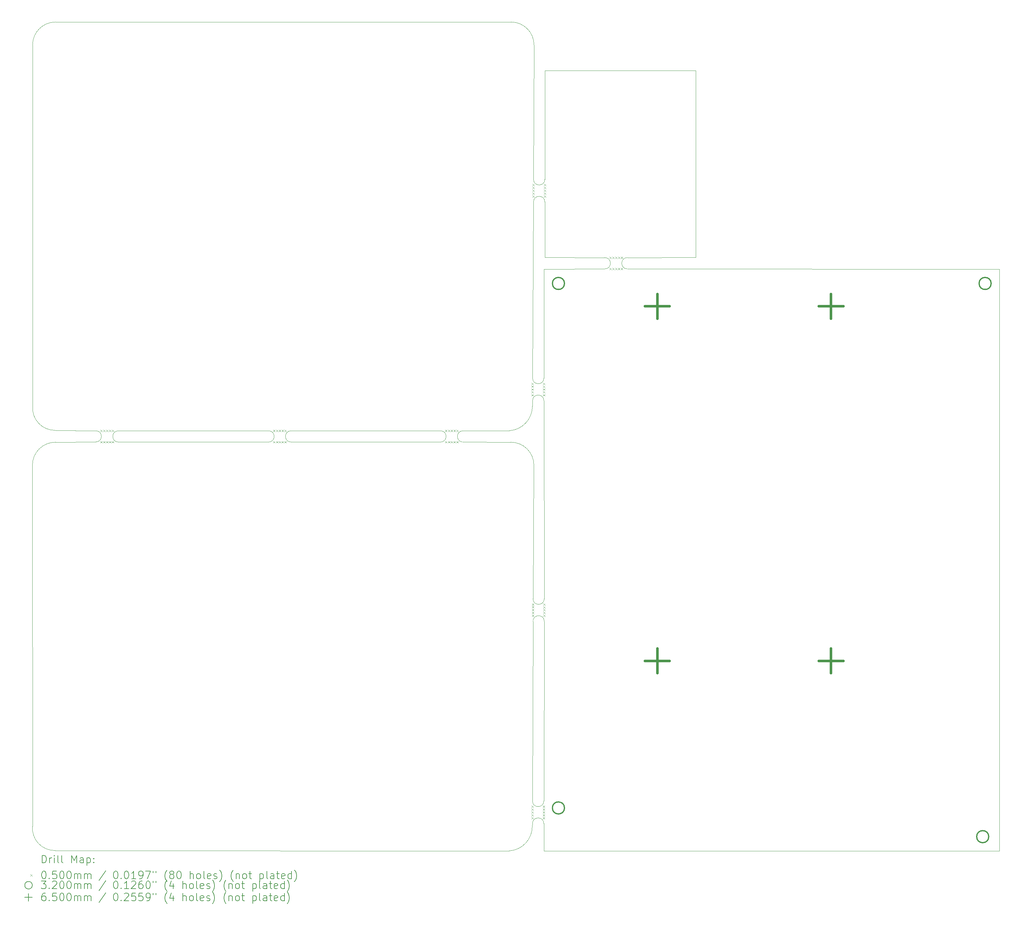
<source format=gbr>
%TF.GenerationSoftware,KiCad,Pcbnew,6.0.11-2627ca5db0~126~ubuntu20.04.1*%
%TF.CreationDate,2023-05-10T15:16:14+05:30*%
%TF.ProjectId,MVCU_COPY,4d564355-5f43-44f5-9059-2e6b69636164,rev?*%
%TF.SameCoordinates,Original*%
%TF.FileFunction,Drillmap*%
%TF.FilePolarity,Positive*%
%FSLAX45Y45*%
G04 Gerber Fmt 4.5, Leading zero omitted, Abs format (unit mm)*
G04 Created by KiCad (PCBNEW 6.0.11-2627ca5db0~126~ubuntu20.04.1) date 2023-05-10 15:16:14*
%MOMM*%
%LPD*%
G01*
G04 APERTURE LIST*
%ADD10C,0.050000*%
%ADD11C,0.120000*%
%ADD12C,0.200000*%
%ADD13C,0.320000*%
%ADD14C,0.650000*%
G04 APERTURE END LIST*
D10*
X16607500Y-18135000D02*
X16601800Y-18209500D01*
X16620000Y-12772500D02*
X16607500Y-17535000D01*
X16644700Y-8632300D02*
X16620000Y-12172500D01*
X16605700Y-7067500D02*
X16610000Y-6922500D01*
X16635000Y-1652500D02*
X16610000Y-6322500D01*
X16648600Y2509700D02*
X16635000Y-1052500D01*
X19122500Y-3427500D02*
X28979000Y-3432500D01*
X16914000Y-3432500D02*
X18522500Y-3427500D01*
X16907500Y-18135000D02*
X16914000Y-18863000D01*
X16920000Y-12772500D02*
X16907500Y-17535000D01*
X16910000Y-6922500D02*
X16920000Y-12172500D01*
X16914000Y-3432500D02*
X16910000Y-6322500D01*
X16935000Y-1052500D02*
X16934750Y1828000D01*
X19122500Y-3127500D02*
X20935750Y-3122500D01*
X16935250Y-3122500D02*
X16935000Y-1652500D01*
X18522500Y-3127500D02*
X16935250Y-3122500D01*
D11*
X19122500Y-3127500D02*
G75*
G03*
X19122500Y-3427500I0J-150000D01*
G01*
X18522500Y-3427500D02*
G75*
G03*
X18522500Y-3127500I0J150000D01*
G01*
X16635000Y-1052500D02*
G75*
G03*
X16935000Y-1052500I150000J0D01*
G01*
X16935000Y-1652500D02*
G75*
G03*
X16635000Y-1652500I-150000J0D01*
G01*
X16610000Y-6322500D02*
G75*
G03*
X16910000Y-6322500I150000J0D01*
G01*
X16910000Y-6922500D02*
G75*
G03*
X16610000Y-6922500I-150000J0D01*
G01*
X16620000Y-12172500D02*
G75*
G03*
X16920000Y-12172500I150000J0D01*
G01*
X16920000Y-12772500D02*
G75*
G03*
X16620000Y-12772500I-150000J0D01*
G01*
X16607500Y-17535000D02*
G75*
G03*
X16907500Y-17535000I150000J0D01*
G01*
X16907500Y-18135000D02*
G75*
G03*
X16607500Y-18135000I-150000J0D01*
G01*
D10*
X28979000Y-18863000D02*
X16914000Y-18863000D01*
X28979000Y-3432500D02*
X28979000Y-18863000D01*
X20935250Y1828000D02*
X20935750Y-3122500D01*
X16934750Y1828000D02*
X20935250Y1828000D01*
X16039000Y3119300D02*
X3974000Y3119300D01*
X14169300Y-7719500D02*
X10214300Y-7719500D01*
X14769300Y-7719500D02*
X15995700Y-7717500D01*
X5639300Y-8019500D02*
X9614300Y-8019500D01*
X9614300Y-7719500D02*
X5639300Y-7719500D01*
D11*
X14169300Y-8019500D02*
G75*
G03*
X14169300Y-7719500I0J150000D01*
G01*
D10*
X10214300Y-8019500D02*
X14169300Y-8019500D01*
D11*
X10214300Y-7719500D02*
G75*
G03*
X10214300Y-8019500I0J-150000D01*
G01*
D10*
X3970100Y-8022700D02*
G75*
G03*
X3360500Y-8632300I0J-609600D01*
G01*
X3365702Y-7067500D02*
G75*
G03*
X3965700Y-7707500I590368J-47780D01*
G01*
X15995700Y-7717499D02*
G75*
G03*
X16605700Y-7067500I-41310J649999D01*
G01*
X3970100Y-8022700D02*
X5039300Y-8015500D01*
X3361802Y-18209500D02*
G75*
G03*
X3961800Y-18849500I590368J-47780D01*
G01*
X3361800Y-18209500D02*
X3360500Y-8632300D01*
D11*
X5639300Y-7719500D02*
G75*
G03*
X5639300Y-8019500I0J-150000D01*
G01*
D10*
X16644700Y-8632300D02*
G75*
G03*
X16035100Y-8022700I-609600J0D01*
G01*
X14769300Y-8019500D02*
X16035100Y-8022700D01*
X16648600Y2509700D02*
G75*
G03*
X16039000Y3119300I-609600J0D01*
G01*
X5039300Y-7719500D02*
X3965700Y-7707500D01*
X3974000Y3119300D02*
G75*
G03*
X3364400Y2509700I0J-609600D01*
G01*
X15991800Y-18859500D02*
X3961800Y-18849500D01*
D11*
X14769300Y-7719500D02*
G75*
G03*
X14769300Y-8019500I0J-150000D01*
G01*
D10*
X15991800Y-18859499D02*
G75*
G03*
X16601800Y-18209500I-41310J649999D01*
G01*
X3365700Y-7067500D02*
X3364400Y2509700D01*
D11*
X5039300Y-8015500D02*
G75*
G03*
X5039300Y-7719500I0J148000D01*
G01*
X9614300Y-8019500D02*
G75*
G03*
X9614300Y-7719500I0J150000D01*
G01*
D12*
D10*
X5161900Y-7694500D02*
X5211900Y-7744500D01*
X5211900Y-7694500D02*
X5161900Y-7744500D01*
X5161900Y-7994500D02*
X5211900Y-8044500D01*
X5211900Y-7994500D02*
X5161900Y-8044500D01*
X5239300Y-7694500D02*
X5289300Y-7744500D01*
X5289300Y-7694500D02*
X5239300Y-7744500D01*
X5239300Y-7994500D02*
X5289300Y-8044500D01*
X5289300Y-7994500D02*
X5239300Y-8044500D01*
X5314300Y-7694500D02*
X5364300Y-7744500D01*
X5364300Y-7694500D02*
X5314300Y-7744500D01*
X5314300Y-7994500D02*
X5364300Y-8044500D01*
X5364300Y-7994500D02*
X5314300Y-8044500D01*
X5389300Y-7994500D02*
X5439300Y-8044500D01*
X5439300Y-7994500D02*
X5389300Y-8044500D01*
X5390500Y-7694500D02*
X5440500Y-7744500D01*
X5440500Y-7694500D02*
X5390500Y-7744500D01*
X5465500Y-7694500D02*
X5515500Y-7744500D01*
X5515500Y-7694500D02*
X5465500Y-7744500D01*
X5465500Y-7994500D02*
X5515500Y-8044500D01*
X5515500Y-7994500D02*
X5465500Y-8044500D01*
X9736900Y-7694500D02*
X9786900Y-7744500D01*
X9786900Y-7694500D02*
X9736900Y-7744500D01*
X9736900Y-7994500D02*
X9786900Y-8044500D01*
X9786900Y-7994500D02*
X9736900Y-8044500D01*
X9814300Y-7694500D02*
X9864300Y-7744500D01*
X9864300Y-7694500D02*
X9814300Y-7744500D01*
X9814300Y-7994500D02*
X9864300Y-8044500D01*
X9864300Y-7994500D02*
X9814300Y-8044500D01*
X9889300Y-7694500D02*
X9939300Y-7744500D01*
X9939300Y-7694500D02*
X9889300Y-7744500D01*
X9889300Y-7994500D02*
X9939300Y-8044500D01*
X9939300Y-7994500D02*
X9889300Y-8044500D01*
X9964300Y-7994500D02*
X10014300Y-8044500D01*
X10014300Y-7994500D02*
X9964300Y-8044500D01*
X9965500Y-7694500D02*
X10015500Y-7744500D01*
X10015500Y-7694500D02*
X9965500Y-7744500D01*
X10040500Y-7694500D02*
X10090500Y-7744500D01*
X10090500Y-7694500D02*
X10040500Y-7744500D01*
X10040500Y-7994500D02*
X10090500Y-8044500D01*
X10090500Y-7994500D02*
X10040500Y-8044500D01*
X14291900Y-7694500D02*
X14341900Y-7744500D01*
X14341900Y-7694500D02*
X14291900Y-7744500D01*
X14291900Y-7994500D02*
X14341900Y-8044500D01*
X14341900Y-7994500D02*
X14291900Y-8044500D01*
X14369300Y-7694500D02*
X14419300Y-7744500D01*
X14419300Y-7694500D02*
X14369300Y-7744500D01*
X14369300Y-7994500D02*
X14419300Y-8044500D01*
X14419300Y-7994500D02*
X14369300Y-8044500D01*
X14444300Y-7694500D02*
X14494300Y-7744500D01*
X14494300Y-7694500D02*
X14444300Y-7744500D01*
X14444300Y-7994500D02*
X14494300Y-8044500D01*
X14494300Y-7994500D02*
X14444300Y-8044500D01*
X14519300Y-7994500D02*
X14569300Y-8044500D01*
X14569300Y-7994500D02*
X14519300Y-8044500D01*
X14520500Y-7694500D02*
X14570500Y-7744500D01*
X14570500Y-7694500D02*
X14520500Y-7744500D01*
X14595500Y-7694500D02*
X14645500Y-7744500D01*
X14645500Y-7694500D02*
X14595500Y-7744500D01*
X14595500Y-7994500D02*
X14645500Y-8044500D01*
X14645500Y-7994500D02*
X14595500Y-8044500D01*
X16582500Y-17658800D02*
X16632500Y-17708800D01*
X16632500Y-17658800D02*
X16582500Y-17708800D01*
X16582500Y-17733800D02*
X16632500Y-17783800D01*
X16632500Y-17733800D02*
X16582500Y-17783800D01*
X16582500Y-17810000D02*
X16632500Y-17860000D01*
X16632500Y-17810000D02*
X16582500Y-17860000D01*
X16582500Y-17885000D02*
X16632500Y-17935000D01*
X16632500Y-17885000D02*
X16582500Y-17935000D01*
X16582500Y-17962400D02*
X16632500Y-18012400D01*
X16632500Y-17962400D02*
X16582500Y-18012400D01*
X16585000Y-6446300D02*
X16635000Y-6496300D01*
X16635000Y-6446300D02*
X16585000Y-6496300D01*
X16585000Y-6521300D02*
X16635000Y-6571300D01*
X16635000Y-6521300D02*
X16585000Y-6571300D01*
X16585000Y-6597500D02*
X16635000Y-6647500D01*
X16635000Y-6597500D02*
X16585000Y-6647500D01*
X16585000Y-6672500D02*
X16635000Y-6722500D01*
X16635000Y-6672500D02*
X16585000Y-6722500D01*
X16585000Y-6749900D02*
X16635000Y-6799900D01*
X16635000Y-6749900D02*
X16585000Y-6799900D01*
X16595000Y-12296300D02*
X16645000Y-12346300D01*
X16645000Y-12296300D02*
X16595000Y-12346300D01*
X16595000Y-12371300D02*
X16645000Y-12421300D01*
X16645000Y-12371300D02*
X16595000Y-12421300D01*
X16595000Y-12447500D02*
X16645000Y-12497500D01*
X16645000Y-12447500D02*
X16595000Y-12497500D01*
X16595000Y-12522500D02*
X16645000Y-12572500D01*
X16645000Y-12522500D02*
X16595000Y-12572500D01*
X16595000Y-12599900D02*
X16645000Y-12649900D01*
X16645000Y-12599900D02*
X16595000Y-12649900D01*
X16610000Y-1176300D02*
X16660000Y-1226300D01*
X16660000Y-1176300D02*
X16610000Y-1226300D01*
X16610000Y-1251300D02*
X16660000Y-1301300D01*
X16660000Y-1251300D02*
X16610000Y-1301300D01*
X16610000Y-1327500D02*
X16660000Y-1377500D01*
X16660000Y-1327500D02*
X16610000Y-1377500D01*
X16610000Y-1402500D02*
X16660000Y-1452500D01*
X16660000Y-1402500D02*
X16610000Y-1452500D01*
X16610000Y-1479900D02*
X16660000Y-1529900D01*
X16660000Y-1479900D02*
X16610000Y-1529900D01*
X16882500Y-17658800D02*
X16932500Y-17708800D01*
X16932500Y-17658800D02*
X16882500Y-17708800D01*
X16882500Y-17735000D02*
X16932500Y-17785000D01*
X16932500Y-17735000D02*
X16882500Y-17785000D01*
X16882500Y-17810000D02*
X16932500Y-17860000D01*
X16932500Y-17810000D02*
X16882500Y-17860000D01*
X16882500Y-17885000D02*
X16932500Y-17935000D01*
X16932500Y-17885000D02*
X16882500Y-17935000D01*
X16882500Y-17962400D02*
X16932500Y-18012400D01*
X16932500Y-17962400D02*
X16882500Y-18012400D01*
X16885000Y-6446300D02*
X16935000Y-6496300D01*
X16935000Y-6446300D02*
X16885000Y-6496300D01*
X16885000Y-6522500D02*
X16935000Y-6572500D01*
X16935000Y-6522500D02*
X16885000Y-6572500D01*
X16885000Y-6597500D02*
X16935000Y-6647500D01*
X16935000Y-6597500D02*
X16885000Y-6647500D01*
X16885000Y-6672500D02*
X16935000Y-6722500D01*
X16935000Y-6672500D02*
X16885000Y-6722500D01*
X16885000Y-6749900D02*
X16935000Y-6799900D01*
X16935000Y-6749900D02*
X16885000Y-6799900D01*
X16895000Y-12296300D02*
X16945000Y-12346300D01*
X16945000Y-12296300D02*
X16895000Y-12346300D01*
X16895000Y-12372500D02*
X16945000Y-12422500D01*
X16945000Y-12372500D02*
X16895000Y-12422500D01*
X16895000Y-12447500D02*
X16945000Y-12497500D01*
X16945000Y-12447500D02*
X16895000Y-12497500D01*
X16895000Y-12522500D02*
X16945000Y-12572500D01*
X16945000Y-12522500D02*
X16895000Y-12572500D01*
X16895000Y-12599900D02*
X16945000Y-12649900D01*
X16945000Y-12599900D02*
X16895000Y-12649900D01*
X16910000Y-1176300D02*
X16960000Y-1226300D01*
X16960000Y-1176300D02*
X16910000Y-1226300D01*
X16910000Y-1252500D02*
X16960000Y-1302500D01*
X16960000Y-1252500D02*
X16910000Y-1302500D01*
X16910000Y-1327500D02*
X16960000Y-1377500D01*
X16960000Y-1327500D02*
X16910000Y-1377500D01*
X16910000Y-1402500D02*
X16960000Y-1452500D01*
X16960000Y-1402500D02*
X16910000Y-1452500D01*
X16910000Y-1479900D02*
X16960000Y-1529900D01*
X16960000Y-1479900D02*
X16910000Y-1529900D01*
X18645100Y-3102500D02*
X18695100Y-3152500D01*
X18695100Y-3102500D02*
X18645100Y-3152500D01*
X18645100Y-3402500D02*
X18695100Y-3452500D01*
X18695100Y-3402500D02*
X18645100Y-3452500D01*
X18722500Y-3102500D02*
X18772500Y-3152500D01*
X18772500Y-3102500D02*
X18722500Y-3152500D01*
X18722500Y-3402500D02*
X18772500Y-3452500D01*
X18772500Y-3402500D02*
X18722500Y-3452500D01*
X18797500Y-3102500D02*
X18847500Y-3152500D01*
X18847500Y-3102500D02*
X18797500Y-3152500D01*
X18797500Y-3402500D02*
X18847500Y-3452500D01*
X18847500Y-3402500D02*
X18797500Y-3452500D01*
X18872500Y-3402500D02*
X18922500Y-3452500D01*
X18922500Y-3402500D02*
X18872500Y-3452500D01*
X18873700Y-3102500D02*
X18923700Y-3152500D01*
X18923700Y-3102500D02*
X18873700Y-3152500D01*
X18948700Y-3102500D02*
X18998700Y-3152500D01*
X18998700Y-3102500D02*
X18948700Y-3152500D01*
X18948700Y-3402500D02*
X18998700Y-3452500D01*
X18998700Y-3402500D02*
X18948700Y-3452500D01*
D13*
X17455000Y-3813500D02*
G75*
G03*
X17455000Y-3813500I-160000J0D01*
G01*
X17455000Y-17720000D02*
G75*
G03*
X17455000Y-17720000I-160000J0D01*
G01*
X28694500Y-18482000D02*
G75*
G03*
X28694500Y-18482000I-160000J0D01*
G01*
X28758000Y-3813500D02*
G75*
G03*
X28758000Y-3813500I-160000J0D01*
G01*
D14*
X19916030Y-4095000D02*
X19916030Y-4745000D01*
X19591030Y-4420000D02*
X20241030Y-4420000D01*
X19916030Y-13495000D02*
X19916030Y-14145000D01*
X19591030Y-13820000D02*
X20241030Y-13820000D01*
X24516030Y-4095000D02*
X24516030Y-4745000D01*
X24191030Y-4420000D02*
X24841030Y-4420000D01*
X24516030Y-13495000D02*
X24516030Y-14145000D01*
X24191030Y-13820000D02*
X24841030Y-13820000D01*
D12*
X3614991Y-19175976D02*
X3614991Y-18975976D01*
X3662610Y-18975976D01*
X3691181Y-18985500D01*
X3710229Y-19004548D01*
X3719753Y-19023595D01*
X3729276Y-19061690D01*
X3729276Y-19090262D01*
X3719753Y-19128357D01*
X3710229Y-19147405D01*
X3691181Y-19166452D01*
X3662610Y-19175976D01*
X3614991Y-19175976D01*
X3814991Y-19175976D02*
X3814991Y-19042643D01*
X3814991Y-19080738D02*
X3824514Y-19061690D01*
X3834038Y-19052167D01*
X3853086Y-19042643D01*
X3872134Y-19042643D01*
X3938800Y-19175976D02*
X3938800Y-19042643D01*
X3938800Y-18975976D02*
X3929276Y-18985500D01*
X3938800Y-18995024D01*
X3948324Y-18985500D01*
X3938800Y-18975976D01*
X3938800Y-18995024D01*
X4062610Y-19175976D02*
X4043562Y-19166452D01*
X4034038Y-19147405D01*
X4034038Y-18975976D01*
X4167372Y-19175976D02*
X4148324Y-19166452D01*
X4138800Y-19147405D01*
X4138800Y-18975976D01*
X4395943Y-19175976D02*
X4395943Y-18975976D01*
X4462610Y-19118833D01*
X4529276Y-18975976D01*
X4529276Y-19175976D01*
X4710229Y-19175976D02*
X4710229Y-19071214D01*
X4700705Y-19052167D01*
X4681657Y-19042643D01*
X4643562Y-19042643D01*
X4624515Y-19052167D01*
X4710229Y-19166452D02*
X4691181Y-19175976D01*
X4643562Y-19175976D01*
X4624515Y-19166452D01*
X4614991Y-19147405D01*
X4614991Y-19128357D01*
X4624515Y-19109310D01*
X4643562Y-19099786D01*
X4691181Y-19099786D01*
X4710229Y-19090262D01*
X4805467Y-19042643D02*
X4805467Y-19242643D01*
X4805467Y-19052167D02*
X4824515Y-19042643D01*
X4862610Y-19042643D01*
X4881657Y-19052167D01*
X4891181Y-19061690D01*
X4900705Y-19080738D01*
X4900705Y-19137881D01*
X4891181Y-19156929D01*
X4881657Y-19166452D01*
X4862610Y-19175976D01*
X4824515Y-19175976D01*
X4805467Y-19166452D01*
X4986419Y-19156929D02*
X4995943Y-19166452D01*
X4986419Y-19175976D01*
X4976896Y-19166452D01*
X4986419Y-19156929D01*
X4986419Y-19175976D01*
X4986419Y-19052167D02*
X4995943Y-19061690D01*
X4986419Y-19071214D01*
X4976896Y-19061690D01*
X4986419Y-19052167D01*
X4986419Y-19071214D01*
D10*
X3307372Y-19480500D02*
X3357372Y-19530500D01*
X3357372Y-19480500D02*
X3307372Y-19530500D01*
D12*
X3653086Y-19395976D02*
X3672134Y-19395976D01*
X3691181Y-19405500D01*
X3700705Y-19415024D01*
X3710229Y-19434071D01*
X3719753Y-19472167D01*
X3719753Y-19519786D01*
X3710229Y-19557881D01*
X3700705Y-19576929D01*
X3691181Y-19586452D01*
X3672134Y-19595976D01*
X3653086Y-19595976D01*
X3634038Y-19586452D01*
X3624514Y-19576929D01*
X3614991Y-19557881D01*
X3605467Y-19519786D01*
X3605467Y-19472167D01*
X3614991Y-19434071D01*
X3624514Y-19415024D01*
X3634038Y-19405500D01*
X3653086Y-19395976D01*
X3805467Y-19576929D02*
X3814991Y-19586452D01*
X3805467Y-19595976D01*
X3795943Y-19586452D01*
X3805467Y-19576929D01*
X3805467Y-19595976D01*
X3995943Y-19395976D02*
X3900705Y-19395976D01*
X3891181Y-19491214D01*
X3900705Y-19481690D01*
X3919753Y-19472167D01*
X3967372Y-19472167D01*
X3986419Y-19481690D01*
X3995943Y-19491214D01*
X4005467Y-19510262D01*
X4005467Y-19557881D01*
X3995943Y-19576929D01*
X3986419Y-19586452D01*
X3967372Y-19595976D01*
X3919753Y-19595976D01*
X3900705Y-19586452D01*
X3891181Y-19576929D01*
X4129276Y-19395976D02*
X4148324Y-19395976D01*
X4167372Y-19405500D01*
X4176895Y-19415024D01*
X4186419Y-19434071D01*
X4195943Y-19472167D01*
X4195943Y-19519786D01*
X4186419Y-19557881D01*
X4176895Y-19576929D01*
X4167372Y-19586452D01*
X4148324Y-19595976D01*
X4129276Y-19595976D01*
X4110229Y-19586452D01*
X4100705Y-19576929D01*
X4091181Y-19557881D01*
X4081657Y-19519786D01*
X4081657Y-19472167D01*
X4091181Y-19434071D01*
X4100705Y-19415024D01*
X4110229Y-19405500D01*
X4129276Y-19395976D01*
X4319753Y-19395976D02*
X4338800Y-19395976D01*
X4357848Y-19405500D01*
X4367372Y-19415024D01*
X4376896Y-19434071D01*
X4386419Y-19472167D01*
X4386419Y-19519786D01*
X4376896Y-19557881D01*
X4367372Y-19576929D01*
X4357848Y-19586452D01*
X4338800Y-19595976D01*
X4319753Y-19595976D01*
X4300705Y-19586452D01*
X4291181Y-19576929D01*
X4281657Y-19557881D01*
X4272134Y-19519786D01*
X4272134Y-19472167D01*
X4281657Y-19434071D01*
X4291181Y-19415024D01*
X4300705Y-19405500D01*
X4319753Y-19395976D01*
X4472134Y-19595976D02*
X4472134Y-19462643D01*
X4472134Y-19481690D02*
X4481657Y-19472167D01*
X4500705Y-19462643D01*
X4529276Y-19462643D01*
X4548324Y-19472167D01*
X4557848Y-19491214D01*
X4557848Y-19595976D01*
X4557848Y-19491214D02*
X4567372Y-19472167D01*
X4586419Y-19462643D01*
X4614991Y-19462643D01*
X4634038Y-19472167D01*
X4643562Y-19491214D01*
X4643562Y-19595976D01*
X4738800Y-19595976D02*
X4738800Y-19462643D01*
X4738800Y-19481690D02*
X4748324Y-19472167D01*
X4767372Y-19462643D01*
X4795943Y-19462643D01*
X4814991Y-19472167D01*
X4824515Y-19491214D01*
X4824515Y-19595976D01*
X4824515Y-19491214D02*
X4834038Y-19472167D01*
X4853086Y-19462643D01*
X4881657Y-19462643D01*
X4900705Y-19472167D01*
X4910229Y-19491214D01*
X4910229Y-19595976D01*
X5300705Y-19386452D02*
X5129276Y-19643595D01*
X5557848Y-19395976D02*
X5576896Y-19395976D01*
X5595943Y-19405500D01*
X5605467Y-19415024D01*
X5614991Y-19434071D01*
X5624514Y-19472167D01*
X5624514Y-19519786D01*
X5614991Y-19557881D01*
X5605467Y-19576929D01*
X5595943Y-19586452D01*
X5576896Y-19595976D01*
X5557848Y-19595976D01*
X5538800Y-19586452D01*
X5529276Y-19576929D01*
X5519753Y-19557881D01*
X5510229Y-19519786D01*
X5510229Y-19472167D01*
X5519753Y-19434071D01*
X5529276Y-19415024D01*
X5538800Y-19405500D01*
X5557848Y-19395976D01*
X5710229Y-19576929D02*
X5719753Y-19586452D01*
X5710229Y-19595976D01*
X5700705Y-19586452D01*
X5710229Y-19576929D01*
X5710229Y-19595976D01*
X5843562Y-19395976D02*
X5862610Y-19395976D01*
X5881657Y-19405500D01*
X5891181Y-19415024D01*
X5900705Y-19434071D01*
X5910229Y-19472167D01*
X5910229Y-19519786D01*
X5900705Y-19557881D01*
X5891181Y-19576929D01*
X5881657Y-19586452D01*
X5862610Y-19595976D01*
X5843562Y-19595976D01*
X5824514Y-19586452D01*
X5814991Y-19576929D01*
X5805467Y-19557881D01*
X5795943Y-19519786D01*
X5795943Y-19472167D01*
X5805467Y-19434071D01*
X5814991Y-19415024D01*
X5824514Y-19405500D01*
X5843562Y-19395976D01*
X6100705Y-19595976D02*
X5986419Y-19595976D01*
X6043562Y-19595976D02*
X6043562Y-19395976D01*
X6024514Y-19424548D01*
X6005467Y-19443595D01*
X5986419Y-19453119D01*
X6195943Y-19595976D02*
X6234038Y-19595976D01*
X6253086Y-19586452D01*
X6262610Y-19576929D01*
X6281657Y-19548357D01*
X6291181Y-19510262D01*
X6291181Y-19434071D01*
X6281657Y-19415024D01*
X6272134Y-19405500D01*
X6253086Y-19395976D01*
X6214991Y-19395976D01*
X6195943Y-19405500D01*
X6186419Y-19415024D01*
X6176895Y-19434071D01*
X6176895Y-19481690D01*
X6186419Y-19500738D01*
X6195943Y-19510262D01*
X6214991Y-19519786D01*
X6253086Y-19519786D01*
X6272134Y-19510262D01*
X6281657Y-19500738D01*
X6291181Y-19481690D01*
X6357848Y-19395976D02*
X6491181Y-19395976D01*
X6405467Y-19595976D01*
X6557848Y-19395976D02*
X6557848Y-19434071D01*
X6634038Y-19395976D02*
X6634038Y-19434071D01*
X6929276Y-19672167D02*
X6919753Y-19662643D01*
X6900705Y-19634071D01*
X6891181Y-19615024D01*
X6881657Y-19586452D01*
X6872134Y-19538833D01*
X6872134Y-19500738D01*
X6881657Y-19453119D01*
X6891181Y-19424548D01*
X6900705Y-19405500D01*
X6919753Y-19376929D01*
X6929276Y-19367405D01*
X7034038Y-19481690D02*
X7014991Y-19472167D01*
X7005467Y-19462643D01*
X6995943Y-19443595D01*
X6995943Y-19434071D01*
X7005467Y-19415024D01*
X7014991Y-19405500D01*
X7034038Y-19395976D01*
X7072134Y-19395976D01*
X7091181Y-19405500D01*
X7100705Y-19415024D01*
X7110229Y-19434071D01*
X7110229Y-19443595D01*
X7100705Y-19462643D01*
X7091181Y-19472167D01*
X7072134Y-19481690D01*
X7034038Y-19481690D01*
X7014991Y-19491214D01*
X7005467Y-19500738D01*
X6995943Y-19519786D01*
X6995943Y-19557881D01*
X7005467Y-19576929D01*
X7014991Y-19586452D01*
X7034038Y-19595976D01*
X7072134Y-19595976D01*
X7091181Y-19586452D01*
X7100705Y-19576929D01*
X7110229Y-19557881D01*
X7110229Y-19519786D01*
X7100705Y-19500738D01*
X7091181Y-19491214D01*
X7072134Y-19481690D01*
X7234038Y-19395976D02*
X7253086Y-19395976D01*
X7272134Y-19405500D01*
X7281657Y-19415024D01*
X7291181Y-19434071D01*
X7300705Y-19472167D01*
X7300705Y-19519786D01*
X7291181Y-19557881D01*
X7281657Y-19576929D01*
X7272134Y-19586452D01*
X7253086Y-19595976D01*
X7234038Y-19595976D01*
X7214991Y-19586452D01*
X7205467Y-19576929D01*
X7195943Y-19557881D01*
X7186419Y-19519786D01*
X7186419Y-19472167D01*
X7195943Y-19434071D01*
X7205467Y-19415024D01*
X7214991Y-19405500D01*
X7234038Y-19395976D01*
X7538800Y-19595976D02*
X7538800Y-19395976D01*
X7624514Y-19595976D02*
X7624514Y-19491214D01*
X7614991Y-19472167D01*
X7595943Y-19462643D01*
X7567372Y-19462643D01*
X7548324Y-19472167D01*
X7538800Y-19481690D01*
X7748324Y-19595976D02*
X7729276Y-19586452D01*
X7719753Y-19576929D01*
X7710229Y-19557881D01*
X7710229Y-19500738D01*
X7719753Y-19481690D01*
X7729276Y-19472167D01*
X7748324Y-19462643D01*
X7776895Y-19462643D01*
X7795943Y-19472167D01*
X7805467Y-19481690D01*
X7814991Y-19500738D01*
X7814991Y-19557881D01*
X7805467Y-19576929D01*
X7795943Y-19586452D01*
X7776895Y-19595976D01*
X7748324Y-19595976D01*
X7929276Y-19595976D02*
X7910229Y-19586452D01*
X7900705Y-19567405D01*
X7900705Y-19395976D01*
X8081657Y-19586452D02*
X8062610Y-19595976D01*
X8024514Y-19595976D01*
X8005467Y-19586452D01*
X7995943Y-19567405D01*
X7995943Y-19491214D01*
X8005467Y-19472167D01*
X8024514Y-19462643D01*
X8062610Y-19462643D01*
X8081657Y-19472167D01*
X8091181Y-19491214D01*
X8091181Y-19510262D01*
X7995943Y-19529310D01*
X8167372Y-19586452D02*
X8186419Y-19595976D01*
X8224514Y-19595976D01*
X8243562Y-19586452D01*
X8253086Y-19567405D01*
X8253086Y-19557881D01*
X8243562Y-19538833D01*
X8224514Y-19529310D01*
X8195943Y-19529310D01*
X8176895Y-19519786D01*
X8167372Y-19500738D01*
X8167372Y-19491214D01*
X8176895Y-19472167D01*
X8195943Y-19462643D01*
X8224514Y-19462643D01*
X8243562Y-19472167D01*
X8319753Y-19672167D02*
X8329276Y-19662643D01*
X8348324Y-19634071D01*
X8357848Y-19615024D01*
X8367372Y-19586452D01*
X8376895Y-19538833D01*
X8376895Y-19500738D01*
X8367372Y-19453119D01*
X8357848Y-19424548D01*
X8348324Y-19405500D01*
X8329276Y-19376929D01*
X8319753Y-19367405D01*
X8681657Y-19672167D02*
X8672134Y-19662643D01*
X8653086Y-19634071D01*
X8643562Y-19615024D01*
X8634038Y-19586452D01*
X8624515Y-19538833D01*
X8624515Y-19500738D01*
X8634038Y-19453119D01*
X8643562Y-19424548D01*
X8653086Y-19405500D01*
X8672134Y-19376929D01*
X8681657Y-19367405D01*
X8757848Y-19462643D02*
X8757848Y-19595976D01*
X8757848Y-19481690D02*
X8767372Y-19472167D01*
X8786419Y-19462643D01*
X8814991Y-19462643D01*
X8834038Y-19472167D01*
X8843562Y-19491214D01*
X8843562Y-19595976D01*
X8967372Y-19595976D02*
X8948324Y-19586452D01*
X8938800Y-19576929D01*
X8929276Y-19557881D01*
X8929276Y-19500738D01*
X8938800Y-19481690D01*
X8948324Y-19472167D01*
X8967372Y-19462643D01*
X8995943Y-19462643D01*
X9014991Y-19472167D01*
X9024515Y-19481690D01*
X9034038Y-19500738D01*
X9034038Y-19557881D01*
X9024515Y-19576929D01*
X9014991Y-19586452D01*
X8995943Y-19595976D01*
X8967372Y-19595976D01*
X9091181Y-19462643D02*
X9167372Y-19462643D01*
X9119753Y-19395976D02*
X9119753Y-19567405D01*
X9129276Y-19586452D01*
X9148324Y-19595976D01*
X9167372Y-19595976D01*
X9386419Y-19462643D02*
X9386419Y-19662643D01*
X9386419Y-19472167D02*
X9405467Y-19462643D01*
X9443562Y-19462643D01*
X9462610Y-19472167D01*
X9472134Y-19481690D01*
X9481657Y-19500738D01*
X9481657Y-19557881D01*
X9472134Y-19576929D01*
X9462610Y-19586452D01*
X9443562Y-19595976D01*
X9405467Y-19595976D01*
X9386419Y-19586452D01*
X9595943Y-19595976D02*
X9576896Y-19586452D01*
X9567372Y-19567405D01*
X9567372Y-19395976D01*
X9757848Y-19595976D02*
X9757848Y-19491214D01*
X9748324Y-19472167D01*
X9729276Y-19462643D01*
X9691181Y-19462643D01*
X9672134Y-19472167D01*
X9757848Y-19586452D02*
X9738800Y-19595976D01*
X9691181Y-19595976D01*
X9672134Y-19586452D01*
X9662610Y-19567405D01*
X9662610Y-19548357D01*
X9672134Y-19529310D01*
X9691181Y-19519786D01*
X9738800Y-19519786D01*
X9757848Y-19510262D01*
X9824515Y-19462643D02*
X9900705Y-19462643D01*
X9853086Y-19395976D02*
X9853086Y-19567405D01*
X9862610Y-19586452D01*
X9881657Y-19595976D01*
X9900705Y-19595976D01*
X10043562Y-19586452D02*
X10024515Y-19595976D01*
X9986419Y-19595976D01*
X9967372Y-19586452D01*
X9957848Y-19567405D01*
X9957848Y-19491214D01*
X9967372Y-19472167D01*
X9986419Y-19462643D01*
X10024515Y-19462643D01*
X10043562Y-19472167D01*
X10053086Y-19491214D01*
X10053086Y-19510262D01*
X9957848Y-19529310D01*
X10224515Y-19595976D02*
X10224515Y-19395976D01*
X10224515Y-19586452D02*
X10205467Y-19595976D01*
X10167372Y-19595976D01*
X10148324Y-19586452D01*
X10138800Y-19576929D01*
X10129276Y-19557881D01*
X10129276Y-19500738D01*
X10138800Y-19481690D01*
X10148324Y-19472167D01*
X10167372Y-19462643D01*
X10205467Y-19462643D01*
X10224515Y-19472167D01*
X10300705Y-19672167D02*
X10310229Y-19662643D01*
X10329276Y-19634071D01*
X10338800Y-19615024D01*
X10348324Y-19586452D01*
X10357848Y-19538833D01*
X10357848Y-19500738D01*
X10348324Y-19453119D01*
X10338800Y-19424548D01*
X10329276Y-19405500D01*
X10310229Y-19376929D01*
X10300705Y-19367405D01*
X3357372Y-19769500D02*
G75*
G03*
X3357372Y-19769500I-100000J0D01*
G01*
X3595943Y-19659976D02*
X3719753Y-19659976D01*
X3653086Y-19736167D01*
X3681657Y-19736167D01*
X3700705Y-19745690D01*
X3710229Y-19755214D01*
X3719753Y-19774262D01*
X3719753Y-19821881D01*
X3710229Y-19840929D01*
X3700705Y-19850452D01*
X3681657Y-19859976D01*
X3624514Y-19859976D01*
X3605467Y-19850452D01*
X3595943Y-19840929D01*
X3805467Y-19840929D02*
X3814991Y-19850452D01*
X3805467Y-19859976D01*
X3795943Y-19850452D01*
X3805467Y-19840929D01*
X3805467Y-19859976D01*
X3891181Y-19679024D02*
X3900705Y-19669500D01*
X3919753Y-19659976D01*
X3967372Y-19659976D01*
X3986419Y-19669500D01*
X3995943Y-19679024D01*
X4005467Y-19698071D01*
X4005467Y-19717119D01*
X3995943Y-19745690D01*
X3881657Y-19859976D01*
X4005467Y-19859976D01*
X4129276Y-19659976D02*
X4148324Y-19659976D01*
X4167372Y-19669500D01*
X4176895Y-19679024D01*
X4186419Y-19698071D01*
X4195943Y-19736167D01*
X4195943Y-19783786D01*
X4186419Y-19821881D01*
X4176895Y-19840929D01*
X4167372Y-19850452D01*
X4148324Y-19859976D01*
X4129276Y-19859976D01*
X4110229Y-19850452D01*
X4100705Y-19840929D01*
X4091181Y-19821881D01*
X4081657Y-19783786D01*
X4081657Y-19736167D01*
X4091181Y-19698071D01*
X4100705Y-19679024D01*
X4110229Y-19669500D01*
X4129276Y-19659976D01*
X4319753Y-19659976D02*
X4338800Y-19659976D01*
X4357848Y-19669500D01*
X4367372Y-19679024D01*
X4376896Y-19698071D01*
X4386419Y-19736167D01*
X4386419Y-19783786D01*
X4376896Y-19821881D01*
X4367372Y-19840929D01*
X4357848Y-19850452D01*
X4338800Y-19859976D01*
X4319753Y-19859976D01*
X4300705Y-19850452D01*
X4291181Y-19840929D01*
X4281657Y-19821881D01*
X4272134Y-19783786D01*
X4272134Y-19736167D01*
X4281657Y-19698071D01*
X4291181Y-19679024D01*
X4300705Y-19669500D01*
X4319753Y-19659976D01*
X4472134Y-19859976D02*
X4472134Y-19726643D01*
X4472134Y-19745690D02*
X4481657Y-19736167D01*
X4500705Y-19726643D01*
X4529276Y-19726643D01*
X4548324Y-19736167D01*
X4557848Y-19755214D01*
X4557848Y-19859976D01*
X4557848Y-19755214D02*
X4567372Y-19736167D01*
X4586419Y-19726643D01*
X4614991Y-19726643D01*
X4634038Y-19736167D01*
X4643562Y-19755214D01*
X4643562Y-19859976D01*
X4738800Y-19859976D02*
X4738800Y-19726643D01*
X4738800Y-19745690D02*
X4748324Y-19736167D01*
X4767372Y-19726643D01*
X4795943Y-19726643D01*
X4814991Y-19736167D01*
X4824515Y-19755214D01*
X4824515Y-19859976D01*
X4824515Y-19755214D02*
X4834038Y-19736167D01*
X4853086Y-19726643D01*
X4881657Y-19726643D01*
X4900705Y-19736167D01*
X4910229Y-19755214D01*
X4910229Y-19859976D01*
X5300705Y-19650452D02*
X5129276Y-19907595D01*
X5557848Y-19659976D02*
X5576896Y-19659976D01*
X5595943Y-19669500D01*
X5605467Y-19679024D01*
X5614991Y-19698071D01*
X5624514Y-19736167D01*
X5624514Y-19783786D01*
X5614991Y-19821881D01*
X5605467Y-19840929D01*
X5595943Y-19850452D01*
X5576896Y-19859976D01*
X5557848Y-19859976D01*
X5538800Y-19850452D01*
X5529276Y-19840929D01*
X5519753Y-19821881D01*
X5510229Y-19783786D01*
X5510229Y-19736167D01*
X5519753Y-19698071D01*
X5529276Y-19679024D01*
X5538800Y-19669500D01*
X5557848Y-19659976D01*
X5710229Y-19840929D02*
X5719753Y-19850452D01*
X5710229Y-19859976D01*
X5700705Y-19850452D01*
X5710229Y-19840929D01*
X5710229Y-19859976D01*
X5910229Y-19859976D02*
X5795943Y-19859976D01*
X5853086Y-19859976D02*
X5853086Y-19659976D01*
X5834038Y-19688548D01*
X5814991Y-19707595D01*
X5795943Y-19717119D01*
X5986419Y-19679024D02*
X5995943Y-19669500D01*
X6014991Y-19659976D01*
X6062610Y-19659976D01*
X6081657Y-19669500D01*
X6091181Y-19679024D01*
X6100705Y-19698071D01*
X6100705Y-19717119D01*
X6091181Y-19745690D01*
X5976895Y-19859976D01*
X6100705Y-19859976D01*
X6272134Y-19659976D02*
X6234038Y-19659976D01*
X6214991Y-19669500D01*
X6205467Y-19679024D01*
X6186419Y-19707595D01*
X6176895Y-19745690D01*
X6176895Y-19821881D01*
X6186419Y-19840929D01*
X6195943Y-19850452D01*
X6214991Y-19859976D01*
X6253086Y-19859976D01*
X6272134Y-19850452D01*
X6281657Y-19840929D01*
X6291181Y-19821881D01*
X6291181Y-19774262D01*
X6281657Y-19755214D01*
X6272134Y-19745690D01*
X6253086Y-19736167D01*
X6214991Y-19736167D01*
X6195943Y-19745690D01*
X6186419Y-19755214D01*
X6176895Y-19774262D01*
X6414991Y-19659976D02*
X6434038Y-19659976D01*
X6453086Y-19669500D01*
X6462610Y-19679024D01*
X6472134Y-19698071D01*
X6481657Y-19736167D01*
X6481657Y-19783786D01*
X6472134Y-19821881D01*
X6462610Y-19840929D01*
X6453086Y-19850452D01*
X6434038Y-19859976D01*
X6414991Y-19859976D01*
X6395943Y-19850452D01*
X6386419Y-19840929D01*
X6376895Y-19821881D01*
X6367372Y-19783786D01*
X6367372Y-19736167D01*
X6376895Y-19698071D01*
X6386419Y-19679024D01*
X6395943Y-19669500D01*
X6414991Y-19659976D01*
X6557848Y-19659976D02*
X6557848Y-19698071D01*
X6634038Y-19659976D02*
X6634038Y-19698071D01*
X6929276Y-19936167D02*
X6919753Y-19926643D01*
X6900705Y-19898071D01*
X6891181Y-19879024D01*
X6881657Y-19850452D01*
X6872134Y-19802833D01*
X6872134Y-19764738D01*
X6881657Y-19717119D01*
X6891181Y-19688548D01*
X6900705Y-19669500D01*
X6919753Y-19640929D01*
X6929276Y-19631405D01*
X7091181Y-19726643D02*
X7091181Y-19859976D01*
X7043562Y-19650452D02*
X6995943Y-19793310D01*
X7119753Y-19793310D01*
X7348324Y-19859976D02*
X7348324Y-19659976D01*
X7434038Y-19859976D02*
X7434038Y-19755214D01*
X7424514Y-19736167D01*
X7405467Y-19726643D01*
X7376895Y-19726643D01*
X7357848Y-19736167D01*
X7348324Y-19745690D01*
X7557848Y-19859976D02*
X7538800Y-19850452D01*
X7529276Y-19840929D01*
X7519753Y-19821881D01*
X7519753Y-19764738D01*
X7529276Y-19745690D01*
X7538800Y-19736167D01*
X7557848Y-19726643D01*
X7586419Y-19726643D01*
X7605467Y-19736167D01*
X7614991Y-19745690D01*
X7624514Y-19764738D01*
X7624514Y-19821881D01*
X7614991Y-19840929D01*
X7605467Y-19850452D01*
X7586419Y-19859976D01*
X7557848Y-19859976D01*
X7738800Y-19859976D02*
X7719753Y-19850452D01*
X7710229Y-19831405D01*
X7710229Y-19659976D01*
X7891181Y-19850452D02*
X7872134Y-19859976D01*
X7834038Y-19859976D01*
X7814991Y-19850452D01*
X7805467Y-19831405D01*
X7805467Y-19755214D01*
X7814991Y-19736167D01*
X7834038Y-19726643D01*
X7872134Y-19726643D01*
X7891181Y-19736167D01*
X7900705Y-19755214D01*
X7900705Y-19774262D01*
X7805467Y-19793310D01*
X7976895Y-19850452D02*
X7995943Y-19859976D01*
X8034038Y-19859976D01*
X8053086Y-19850452D01*
X8062610Y-19831405D01*
X8062610Y-19821881D01*
X8053086Y-19802833D01*
X8034038Y-19793310D01*
X8005467Y-19793310D01*
X7986419Y-19783786D01*
X7976895Y-19764738D01*
X7976895Y-19755214D01*
X7986419Y-19736167D01*
X8005467Y-19726643D01*
X8034038Y-19726643D01*
X8053086Y-19736167D01*
X8129276Y-19936167D02*
X8138800Y-19926643D01*
X8157848Y-19898071D01*
X8167372Y-19879024D01*
X8176895Y-19850452D01*
X8186419Y-19802833D01*
X8186419Y-19764738D01*
X8176895Y-19717119D01*
X8167372Y-19688548D01*
X8157848Y-19669500D01*
X8138800Y-19640929D01*
X8129276Y-19631405D01*
X8491181Y-19936167D02*
X8481657Y-19926643D01*
X8462610Y-19898071D01*
X8453086Y-19879024D01*
X8443562Y-19850452D01*
X8434038Y-19802833D01*
X8434038Y-19764738D01*
X8443562Y-19717119D01*
X8453086Y-19688548D01*
X8462610Y-19669500D01*
X8481657Y-19640929D01*
X8491181Y-19631405D01*
X8567372Y-19726643D02*
X8567372Y-19859976D01*
X8567372Y-19745690D02*
X8576896Y-19736167D01*
X8595943Y-19726643D01*
X8624515Y-19726643D01*
X8643562Y-19736167D01*
X8653086Y-19755214D01*
X8653086Y-19859976D01*
X8776896Y-19859976D02*
X8757848Y-19850452D01*
X8748324Y-19840929D01*
X8738800Y-19821881D01*
X8738800Y-19764738D01*
X8748324Y-19745690D01*
X8757848Y-19736167D01*
X8776896Y-19726643D01*
X8805467Y-19726643D01*
X8824515Y-19736167D01*
X8834038Y-19745690D01*
X8843562Y-19764738D01*
X8843562Y-19821881D01*
X8834038Y-19840929D01*
X8824515Y-19850452D01*
X8805467Y-19859976D01*
X8776896Y-19859976D01*
X8900705Y-19726643D02*
X8976896Y-19726643D01*
X8929276Y-19659976D02*
X8929276Y-19831405D01*
X8938800Y-19850452D01*
X8957848Y-19859976D01*
X8976896Y-19859976D01*
X9195943Y-19726643D02*
X9195943Y-19926643D01*
X9195943Y-19736167D02*
X9214991Y-19726643D01*
X9253086Y-19726643D01*
X9272134Y-19736167D01*
X9281657Y-19745690D01*
X9291181Y-19764738D01*
X9291181Y-19821881D01*
X9281657Y-19840929D01*
X9272134Y-19850452D01*
X9253086Y-19859976D01*
X9214991Y-19859976D01*
X9195943Y-19850452D01*
X9405467Y-19859976D02*
X9386419Y-19850452D01*
X9376896Y-19831405D01*
X9376896Y-19659976D01*
X9567372Y-19859976D02*
X9567372Y-19755214D01*
X9557848Y-19736167D01*
X9538800Y-19726643D01*
X9500705Y-19726643D01*
X9481657Y-19736167D01*
X9567372Y-19850452D02*
X9548324Y-19859976D01*
X9500705Y-19859976D01*
X9481657Y-19850452D01*
X9472134Y-19831405D01*
X9472134Y-19812357D01*
X9481657Y-19793310D01*
X9500705Y-19783786D01*
X9548324Y-19783786D01*
X9567372Y-19774262D01*
X9634038Y-19726643D02*
X9710229Y-19726643D01*
X9662610Y-19659976D02*
X9662610Y-19831405D01*
X9672134Y-19850452D01*
X9691181Y-19859976D01*
X9710229Y-19859976D01*
X9853086Y-19850452D02*
X9834038Y-19859976D01*
X9795943Y-19859976D01*
X9776896Y-19850452D01*
X9767372Y-19831405D01*
X9767372Y-19755214D01*
X9776896Y-19736167D01*
X9795943Y-19726643D01*
X9834038Y-19726643D01*
X9853086Y-19736167D01*
X9862610Y-19755214D01*
X9862610Y-19774262D01*
X9767372Y-19793310D01*
X10034038Y-19859976D02*
X10034038Y-19659976D01*
X10034038Y-19850452D02*
X10014991Y-19859976D01*
X9976896Y-19859976D01*
X9957848Y-19850452D01*
X9948324Y-19840929D01*
X9938800Y-19821881D01*
X9938800Y-19764738D01*
X9948324Y-19745690D01*
X9957848Y-19736167D01*
X9976896Y-19726643D01*
X10014991Y-19726643D01*
X10034038Y-19736167D01*
X10110229Y-19936167D02*
X10119753Y-19926643D01*
X10138800Y-19898071D01*
X10148324Y-19879024D01*
X10157848Y-19850452D01*
X10167372Y-19802833D01*
X10167372Y-19764738D01*
X10157848Y-19717119D01*
X10148324Y-19688548D01*
X10138800Y-19669500D01*
X10119753Y-19640929D01*
X10110229Y-19631405D01*
X3257372Y-19989500D02*
X3257372Y-20189500D01*
X3157372Y-20089500D02*
X3357372Y-20089500D01*
X3700705Y-19979976D02*
X3662610Y-19979976D01*
X3643562Y-19989500D01*
X3634038Y-19999024D01*
X3614991Y-20027595D01*
X3605467Y-20065690D01*
X3605467Y-20141881D01*
X3614991Y-20160929D01*
X3624514Y-20170452D01*
X3643562Y-20179976D01*
X3681657Y-20179976D01*
X3700705Y-20170452D01*
X3710229Y-20160929D01*
X3719753Y-20141881D01*
X3719753Y-20094262D01*
X3710229Y-20075214D01*
X3700705Y-20065690D01*
X3681657Y-20056167D01*
X3643562Y-20056167D01*
X3624514Y-20065690D01*
X3614991Y-20075214D01*
X3605467Y-20094262D01*
X3805467Y-20160929D02*
X3814991Y-20170452D01*
X3805467Y-20179976D01*
X3795943Y-20170452D01*
X3805467Y-20160929D01*
X3805467Y-20179976D01*
X3995943Y-19979976D02*
X3900705Y-19979976D01*
X3891181Y-20075214D01*
X3900705Y-20065690D01*
X3919753Y-20056167D01*
X3967372Y-20056167D01*
X3986419Y-20065690D01*
X3995943Y-20075214D01*
X4005467Y-20094262D01*
X4005467Y-20141881D01*
X3995943Y-20160929D01*
X3986419Y-20170452D01*
X3967372Y-20179976D01*
X3919753Y-20179976D01*
X3900705Y-20170452D01*
X3891181Y-20160929D01*
X4129276Y-19979976D02*
X4148324Y-19979976D01*
X4167372Y-19989500D01*
X4176895Y-19999024D01*
X4186419Y-20018071D01*
X4195943Y-20056167D01*
X4195943Y-20103786D01*
X4186419Y-20141881D01*
X4176895Y-20160929D01*
X4167372Y-20170452D01*
X4148324Y-20179976D01*
X4129276Y-20179976D01*
X4110229Y-20170452D01*
X4100705Y-20160929D01*
X4091181Y-20141881D01*
X4081657Y-20103786D01*
X4081657Y-20056167D01*
X4091181Y-20018071D01*
X4100705Y-19999024D01*
X4110229Y-19989500D01*
X4129276Y-19979976D01*
X4319753Y-19979976D02*
X4338800Y-19979976D01*
X4357848Y-19989500D01*
X4367372Y-19999024D01*
X4376896Y-20018071D01*
X4386419Y-20056167D01*
X4386419Y-20103786D01*
X4376896Y-20141881D01*
X4367372Y-20160929D01*
X4357848Y-20170452D01*
X4338800Y-20179976D01*
X4319753Y-20179976D01*
X4300705Y-20170452D01*
X4291181Y-20160929D01*
X4281657Y-20141881D01*
X4272134Y-20103786D01*
X4272134Y-20056167D01*
X4281657Y-20018071D01*
X4291181Y-19999024D01*
X4300705Y-19989500D01*
X4319753Y-19979976D01*
X4472134Y-20179976D02*
X4472134Y-20046643D01*
X4472134Y-20065690D02*
X4481657Y-20056167D01*
X4500705Y-20046643D01*
X4529276Y-20046643D01*
X4548324Y-20056167D01*
X4557848Y-20075214D01*
X4557848Y-20179976D01*
X4557848Y-20075214D02*
X4567372Y-20056167D01*
X4586419Y-20046643D01*
X4614991Y-20046643D01*
X4634038Y-20056167D01*
X4643562Y-20075214D01*
X4643562Y-20179976D01*
X4738800Y-20179976D02*
X4738800Y-20046643D01*
X4738800Y-20065690D02*
X4748324Y-20056167D01*
X4767372Y-20046643D01*
X4795943Y-20046643D01*
X4814991Y-20056167D01*
X4824515Y-20075214D01*
X4824515Y-20179976D01*
X4824515Y-20075214D02*
X4834038Y-20056167D01*
X4853086Y-20046643D01*
X4881657Y-20046643D01*
X4900705Y-20056167D01*
X4910229Y-20075214D01*
X4910229Y-20179976D01*
X5300705Y-19970452D02*
X5129276Y-20227595D01*
X5557848Y-19979976D02*
X5576896Y-19979976D01*
X5595943Y-19989500D01*
X5605467Y-19999024D01*
X5614991Y-20018071D01*
X5624514Y-20056167D01*
X5624514Y-20103786D01*
X5614991Y-20141881D01*
X5605467Y-20160929D01*
X5595943Y-20170452D01*
X5576896Y-20179976D01*
X5557848Y-20179976D01*
X5538800Y-20170452D01*
X5529276Y-20160929D01*
X5519753Y-20141881D01*
X5510229Y-20103786D01*
X5510229Y-20056167D01*
X5519753Y-20018071D01*
X5529276Y-19999024D01*
X5538800Y-19989500D01*
X5557848Y-19979976D01*
X5710229Y-20160929D02*
X5719753Y-20170452D01*
X5710229Y-20179976D01*
X5700705Y-20170452D01*
X5710229Y-20160929D01*
X5710229Y-20179976D01*
X5795943Y-19999024D02*
X5805467Y-19989500D01*
X5824514Y-19979976D01*
X5872134Y-19979976D01*
X5891181Y-19989500D01*
X5900705Y-19999024D01*
X5910229Y-20018071D01*
X5910229Y-20037119D01*
X5900705Y-20065690D01*
X5786419Y-20179976D01*
X5910229Y-20179976D01*
X6091181Y-19979976D02*
X5995943Y-19979976D01*
X5986419Y-20075214D01*
X5995943Y-20065690D01*
X6014991Y-20056167D01*
X6062610Y-20056167D01*
X6081657Y-20065690D01*
X6091181Y-20075214D01*
X6100705Y-20094262D01*
X6100705Y-20141881D01*
X6091181Y-20160929D01*
X6081657Y-20170452D01*
X6062610Y-20179976D01*
X6014991Y-20179976D01*
X5995943Y-20170452D01*
X5986419Y-20160929D01*
X6281657Y-19979976D02*
X6186419Y-19979976D01*
X6176895Y-20075214D01*
X6186419Y-20065690D01*
X6205467Y-20056167D01*
X6253086Y-20056167D01*
X6272134Y-20065690D01*
X6281657Y-20075214D01*
X6291181Y-20094262D01*
X6291181Y-20141881D01*
X6281657Y-20160929D01*
X6272134Y-20170452D01*
X6253086Y-20179976D01*
X6205467Y-20179976D01*
X6186419Y-20170452D01*
X6176895Y-20160929D01*
X6386419Y-20179976D02*
X6424514Y-20179976D01*
X6443562Y-20170452D01*
X6453086Y-20160929D01*
X6472134Y-20132357D01*
X6481657Y-20094262D01*
X6481657Y-20018071D01*
X6472134Y-19999024D01*
X6462610Y-19989500D01*
X6443562Y-19979976D01*
X6405467Y-19979976D01*
X6386419Y-19989500D01*
X6376895Y-19999024D01*
X6367372Y-20018071D01*
X6367372Y-20065690D01*
X6376895Y-20084738D01*
X6386419Y-20094262D01*
X6405467Y-20103786D01*
X6443562Y-20103786D01*
X6462610Y-20094262D01*
X6472134Y-20084738D01*
X6481657Y-20065690D01*
X6557848Y-19979976D02*
X6557848Y-20018071D01*
X6634038Y-19979976D02*
X6634038Y-20018071D01*
X6929276Y-20256167D02*
X6919753Y-20246643D01*
X6900705Y-20218071D01*
X6891181Y-20199024D01*
X6881657Y-20170452D01*
X6872134Y-20122833D01*
X6872134Y-20084738D01*
X6881657Y-20037119D01*
X6891181Y-20008548D01*
X6900705Y-19989500D01*
X6919753Y-19960929D01*
X6929276Y-19951405D01*
X7091181Y-20046643D02*
X7091181Y-20179976D01*
X7043562Y-19970452D02*
X6995943Y-20113310D01*
X7119753Y-20113310D01*
X7348324Y-20179976D02*
X7348324Y-19979976D01*
X7434038Y-20179976D02*
X7434038Y-20075214D01*
X7424514Y-20056167D01*
X7405467Y-20046643D01*
X7376895Y-20046643D01*
X7357848Y-20056167D01*
X7348324Y-20065690D01*
X7557848Y-20179976D02*
X7538800Y-20170452D01*
X7529276Y-20160929D01*
X7519753Y-20141881D01*
X7519753Y-20084738D01*
X7529276Y-20065690D01*
X7538800Y-20056167D01*
X7557848Y-20046643D01*
X7586419Y-20046643D01*
X7605467Y-20056167D01*
X7614991Y-20065690D01*
X7624514Y-20084738D01*
X7624514Y-20141881D01*
X7614991Y-20160929D01*
X7605467Y-20170452D01*
X7586419Y-20179976D01*
X7557848Y-20179976D01*
X7738800Y-20179976D02*
X7719753Y-20170452D01*
X7710229Y-20151405D01*
X7710229Y-19979976D01*
X7891181Y-20170452D02*
X7872134Y-20179976D01*
X7834038Y-20179976D01*
X7814991Y-20170452D01*
X7805467Y-20151405D01*
X7805467Y-20075214D01*
X7814991Y-20056167D01*
X7834038Y-20046643D01*
X7872134Y-20046643D01*
X7891181Y-20056167D01*
X7900705Y-20075214D01*
X7900705Y-20094262D01*
X7805467Y-20113310D01*
X7976895Y-20170452D02*
X7995943Y-20179976D01*
X8034038Y-20179976D01*
X8053086Y-20170452D01*
X8062610Y-20151405D01*
X8062610Y-20141881D01*
X8053086Y-20122833D01*
X8034038Y-20113310D01*
X8005467Y-20113310D01*
X7986419Y-20103786D01*
X7976895Y-20084738D01*
X7976895Y-20075214D01*
X7986419Y-20056167D01*
X8005467Y-20046643D01*
X8034038Y-20046643D01*
X8053086Y-20056167D01*
X8129276Y-20256167D02*
X8138800Y-20246643D01*
X8157848Y-20218071D01*
X8167372Y-20199024D01*
X8176895Y-20170452D01*
X8186419Y-20122833D01*
X8186419Y-20084738D01*
X8176895Y-20037119D01*
X8167372Y-20008548D01*
X8157848Y-19989500D01*
X8138800Y-19960929D01*
X8129276Y-19951405D01*
X8491181Y-20256167D02*
X8481657Y-20246643D01*
X8462610Y-20218071D01*
X8453086Y-20199024D01*
X8443562Y-20170452D01*
X8434038Y-20122833D01*
X8434038Y-20084738D01*
X8443562Y-20037119D01*
X8453086Y-20008548D01*
X8462610Y-19989500D01*
X8481657Y-19960929D01*
X8491181Y-19951405D01*
X8567372Y-20046643D02*
X8567372Y-20179976D01*
X8567372Y-20065690D02*
X8576896Y-20056167D01*
X8595943Y-20046643D01*
X8624515Y-20046643D01*
X8643562Y-20056167D01*
X8653086Y-20075214D01*
X8653086Y-20179976D01*
X8776896Y-20179976D02*
X8757848Y-20170452D01*
X8748324Y-20160929D01*
X8738800Y-20141881D01*
X8738800Y-20084738D01*
X8748324Y-20065690D01*
X8757848Y-20056167D01*
X8776896Y-20046643D01*
X8805467Y-20046643D01*
X8824515Y-20056167D01*
X8834038Y-20065690D01*
X8843562Y-20084738D01*
X8843562Y-20141881D01*
X8834038Y-20160929D01*
X8824515Y-20170452D01*
X8805467Y-20179976D01*
X8776896Y-20179976D01*
X8900705Y-20046643D02*
X8976896Y-20046643D01*
X8929276Y-19979976D02*
X8929276Y-20151405D01*
X8938800Y-20170452D01*
X8957848Y-20179976D01*
X8976896Y-20179976D01*
X9195943Y-20046643D02*
X9195943Y-20246643D01*
X9195943Y-20056167D02*
X9214991Y-20046643D01*
X9253086Y-20046643D01*
X9272134Y-20056167D01*
X9281657Y-20065690D01*
X9291181Y-20084738D01*
X9291181Y-20141881D01*
X9281657Y-20160929D01*
X9272134Y-20170452D01*
X9253086Y-20179976D01*
X9214991Y-20179976D01*
X9195943Y-20170452D01*
X9405467Y-20179976D02*
X9386419Y-20170452D01*
X9376896Y-20151405D01*
X9376896Y-19979976D01*
X9567372Y-20179976D02*
X9567372Y-20075214D01*
X9557848Y-20056167D01*
X9538800Y-20046643D01*
X9500705Y-20046643D01*
X9481657Y-20056167D01*
X9567372Y-20170452D02*
X9548324Y-20179976D01*
X9500705Y-20179976D01*
X9481657Y-20170452D01*
X9472134Y-20151405D01*
X9472134Y-20132357D01*
X9481657Y-20113310D01*
X9500705Y-20103786D01*
X9548324Y-20103786D01*
X9567372Y-20094262D01*
X9634038Y-20046643D02*
X9710229Y-20046643D01*
X9662610Y-19979976D02*
X9662610Y-20151405D01*
X9672134Y-20170452D01*
X9691181Y-20179976D01*
X9710229Y-20179976D01*
X9853086Y-20170452D02*
X9834038Y-20179976D01*
X9795943Y-20179976D01*
X9776896Y-20170452D01*
X9767372Y-20151405D01*
X9767372Y-20075214D01*
X9776896Y-20056167D01*
X9795943Y-20046643D01*
X9834038Y-20046643D01*
X9853086Y-20056167D01*
X9862610Y-20075214D01*
X9862610Y-20094262D01*
X9767372Y-20113310D01*
X10034038Y-20179976D02*
X10034038Y-19979976D01*
X10034038Y-20170452D02*
X10014991Y-20179976D01*
X9976896Y-20179976D01*
X9957848Y-20170452D01*
X9948324Y-20160929D01*
X9938800Y-20141881D01*
X9938800Y-20084738D01*
X9948324Y-20065690D01*
X9957848Y-20056167D01*
X9976896Y-20046643D01*
X10014991Y-20046643D01*
X10034038Y-20056167D01*
X10110229Y-20256167D02*
X10119753Y-20246643D01*
X10138800Y-20218071D01*
X10148324Y-20199024D01*
X10157848Y-20170452D01*
X10167372Y-20122833D01*
X10167372Y-20084738D01*
X10157848Y-20037119D01*
X10148324Y-20008548D01*
X10138800Y-19989500D01*
X10119753Y-19960929D01*
X10110229Y-19951405D01*
M02*

</source>
